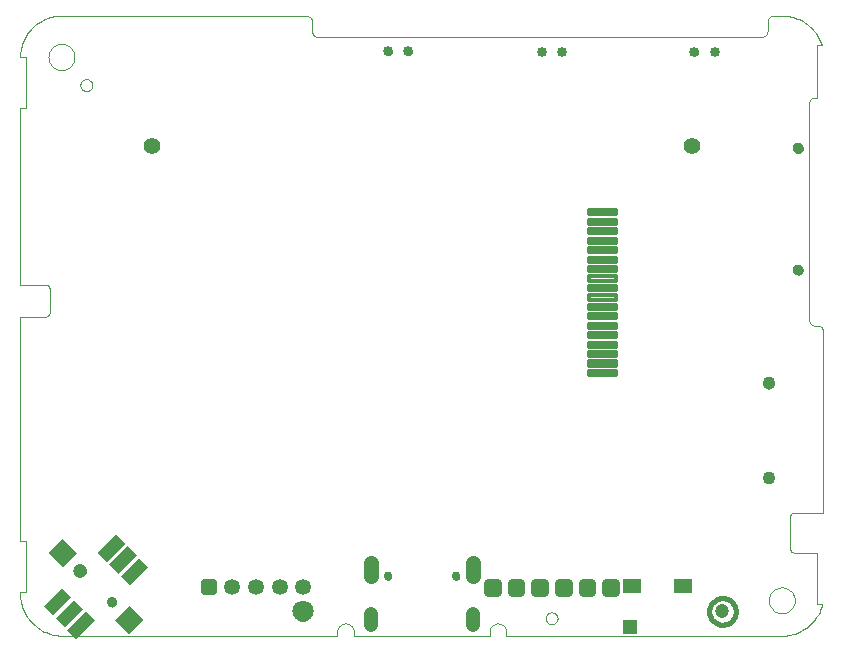
<source format=gbs>
G75*
G70*
%OFA0B0*%
%FSLAX24Y24*%
%IPPOS*%
%LPD*%
%AMOC8*
5,1,8,0,0,1.08239X$1,22.5*
%
%ADD10C,0.0000*%
%ADD11C,0.0000*%
%ADD12C,0.0710*%
%ADD13C,0.0290*%
%ADD14C,0.0138*%
%ADD15C,0.0297*%
%ADD16C,0.0474*%
%ADD17C,0.0513*%
%ADD18C,0.0474*%
%ADD19C,0.0177*%
%ADD20R,0.0513X0.0474*%
%ADD21R,0.0631X0.0474*%
%ADD22R,0.0867X0.0434*%
%ADD23C,0.0356*%
%ADD24R,0.0671X0.0671*%
%ADD25C,0.0375*%
%ADD26C,0.0552*%
%ADD27C,0.0265*%
%ADD28C,0.0530*%
%ADD29C,0.0434*%
%ADD30C,0.0336*%
D10*
X002032Y001497D02*
X002032Y001497D01*
X002032Y001497D01*
X002032Y001497D01*
X002032Y001497D01*
X002032Y001497D01*
X002032Y001497D01*
X002032Y001497D01*
X002032Y001497D01*
X002032Y001497D01*
X002032Y001497D01*
X011226Y001497D01*
X011226Y001497D01*
X011226Y001497D01*
X011226Y001497D01*
X011226Y001497D01*
X011226Y001497D01*
X011226Y001497D01*
X011226Y001497D01*
X011226Y001497D01*
X011226Y001497D01*
X011226Y001497D01*
X011226Y001635D01*
X011226Y001635D01*
X011226Y001635D01*
X011226Y001635D01*
X011226Y001635D01*
X011226Y001635D01*
X011226Y001635D01*
X011226Y001635D01*
X011226Y001635D01*
X011226Y001635D01*
X011226Y001635D01*
X011228Y001667D01*
X011233Y001698D01*
X011243Y001729D01*
X011255Y001758D01*
X011271Y001786D01*
X011290Y001812D01*
X011312Y001835D01*
X011337Y001856D01*
X011364Y001873D01*
X011392Y001888D01*
X011422Y001898D01*
X011453Y001906D01*
X011485Y001910D01*
X011517Y001910D01*
X011549Y001906D01*
X011580Y001898D01*
X011610Y001888D01*
X011639Y001873D01*
X011665Y001856D01*
X011690Y001835D01*
X011712Y001812D01*
X011731Y001786D01*
X011747Y001758D01*
X011759Y001729D01*
X011769Y001698D01*
X011774Y001667D01*
X011776Y001635D01*
X011776Y001635D01*
X011776Y001635D01*
X011776Y001635D01*
X011776Y001635D01*
X011776Y001635D01*
X011776Y001635D01*
X011776Y001635D01*
X011776Y001635D01*
X011776Y001635D01*
X011776Y001635D01*
X011776Y001497D01*
X011776Y001497D01*
X011776Y001497D01*
X011776Y001497D01*
X011776Y001497D01*
X011776Y001497D01*
X011776Y001497D01*
X011776Y001497D01*
X011776Y001497D01*
X011776Y001497D01*
X011776Y001497D01*
X016304Y001497D01*
X016304Y001497D01*
X016304Y001497D01*
X016304Y001497D01*
X016304Y001497D01*
X016304Y001497D01*
X016304Y001497D01*
X016304Y001497D01*
X016304Y001497D01*
X016304Y001497D01*
X016304Y001497D01*
X016304Y001635D01*
X016304Y001635D01*
X016304Y001635D01*
X016304Y001635D01*
X016304Y001635D01*
X016304Y001635D01*
X016304Y001635D01*
X016304Y001635D01*
X016304Y001635D01*
X016304Y001635D01*
X016304Y001635D01*
X016306Y001667D01*
X016311Y001699D01*
X016321Y001729D01*
X016333Y001759D01*
X016349Y001787D01*
X016369Y001812D01*
X016391Y001836D01*
X016415Y001856D01*
X016442Y001874D01*
X016471Y001888D01*
X016501Y001899D01*
X016532Y001907D01*
X016564Y001911D01*
X016596Y001911D01*
X016628Y001907D01*
X016659Y001899D01*
X016689Y001888D01*
X016718Y001874D01*
X016745Y001856D01*
X016769Y001836D01*
X016791Y001812D01*
X016811Y001787D01*
X016827Y001759D01*
X016839Y001729D01*
X016849Y001699D01*
X016854Y001667D01*
X016856Y001635D01*
X016856Y001497D01*
X016856Y001497D01*
X016856Y001497D01*
X016856Y001497D01*
X016856Y001497D01*
X016856Y001497D01*
X026048Y001497D01*
X026048Y001497D01*
X026048Y001497D01*
X026048Y001497D01*
X026048Y001497D01*
X026048Y001497D01*
X026048Y001497D01*
X026048Y001497D01*
X026048Y001497D01*
X026048Y001497D01*
X026048Y001497D01*
X025615Y002678D02*
X025617Y002719D01*
X025623Y002760D01*
X025633Y002800D01*
X025646Y002839D01*
X025663Y002876D01*
X025684Y002912D01*
X025708Y002946D01*
X025735Y002977D01*
X025764Y003005D01*
X025797Y003031D01*
X025831Y003053D01*
X025868Y003072D01*
X025906Y003087D01*
X025946Y003099D01*
X025986Y003107D01*
X026027Y003111D01*
X026069Y003111D01*
X026110Y003107D01*
X026150Y003099D01*
X026190Y003087D01*
X026228Y003072D01*
X026264Y003053D01*
X026299Y003031D01*
X026332Y003005D01*
X026361Y002977D01*
X026388Y002946D01*
X026412Y002912D01*
X026433Y002876D01*
X026450Y002839D01*
X026463Y002800D01*
X026473Y002760D01*
X026479Y002719D01*
X026481Y002678D01*
X026479Y002637D01*
X026473Y002596D01*
X026463Y002556D01*
X026450Y002517D01*
X026433Y002480D01*
X026412Y002444D01*
X026388Y002410D01*
X026361Y002379D01*
X026332Y002351D01*
X026299Y002325D01*
X026265Y002303D01*
X026228Y002284D01*
X026190Y002269D01*
X026150Y002257D01*
X026110Y002249D01*
X026069Y002245D01*
X026027Y002245D01*
X025986Y002249D01*
X025946Y002257D01*
X025906Y002269D01*
X025868Y002284D01*
X025832Y002303D01*
X025797Y002325D01*
X025764Y002351D01*
X025735Y002379D01*
X025708Y002410D01*
X025684Y002444D01*
X025663Y002480D01*
X025646Y002517D01*
X025633Y002556D01*
X025623Y002596D01*
X025617Y002637D01*
X025615Y002678D01*
X026048Y001497D02*
X026119Y001499D01*
X026191Y001504D01*
X026262Y001514D01*
X026332Y001527D01*
X026402Y001543D01*
X026470Y001563D01*
X026538Y001587D01*
X026604Y001614D01*
X026668Y001645D01*
X026731Y001678D01*
X026792Y001715D01*
X026852Y001756D01*
X026909Y001799D01*
X026963Y001845D01*
X027015Y001894D01*
X027065Y001945D01*
X027112Y001999D01*
X027156Y002056D01*
X027197Y002114D01*
X027235Y002175D01*
X027269Y002237D01*
X027301Y002301D01*
X027329Y002367D01*
X027354Y002434D01*
X027375Y002503D01*
X027392Y002572D01*
X027229Y002572D01*
X027229Y004268D01*
X026460Y004268D01*
X026460Y004268D01*
X026460Y004268D01*
X026460Y004268D01*
X026460Y004268D01*
X026460Y004268D01*
X026460Y004268D01*
X026460Y004268D01*
X026460Y004268D01*
X026460Y004268D01*
X026460Y004268D01*
X026438Y004270D01*
X026417Y004275D01*
X026397Y004283D01*
X026379Y004294D01*
X026362Y004308D01*
X026348Y004325D01*
X026337Y004343D01*
X026329Y004363D01*
X026324Y004384D01*
X026322Y004406D01*
X026322Y005469D01*
X026322Y005469D01*
X026322Y005469D01*
X026322Y005469D01*
X026322Y005469D01*
X026322Y005469D01*
X026322Y005469D01*
X026322Y005469D01*
X026322Y005469D01*
X026322Y005469D01*
X026322Y005469D01*
X026324Y005491D01*
X026329Y005512D01*
X026337Y005532D01*
X026348Y005550D01*
X026362Y005567D01*
X026379Y005581D01*
X026397Y005592D01*
X026417Y005600D01*
X026438Y005605D01*
X026460Y005607D01*
X026460Y005607D01*
X026460Y005607D01*
X026460Y005607D01*
X026460Y005607D01*
X026460Y005607D01*
X026460Y005607D01*
X026460Y005607D01*
X026460Y005607D01*
X026460Y005607D01*
X026460Y005607D01*
X027426Y005607D01*
X027426Y005607D01*
X027426Y005607D01*
X027426Y005607D01*
X027426Y005607D01*
X027426Y005607D01*
X027426Y011640D01*
X027426Y011640D01*
X027426Y011640D01*
X027426Y011640D01*
X027426Y011640D01*
X027426Y011640D01*
X027426Y011640D01*
X027426Y011640D01*
X027426Y011640D01*
X027426Y011640D01*
X027426Y011640D01*
X027424Y011666D01*
X027419Y011691D01*
X027411Y011715D01*
X027400Y011739D01*
X027385Y011760D01*
X027368Y011779D01*
X027349Y011796D01*
X027328Y011811D01*
X027304Y011822D01*
X027280Y011830D01*
X027255Y011835D01*
X027229Y011837D01*
X027229Y011837D01*
X027229Y011837D01*
X027229Y011837D01*
X027229Y011837D01*
X027229Y011837D01*
X027229Y011837D01*
X027229Y011837D01*
X027229Y011837D01*
X027229Y011837D01*
X027229Y011837D01*
X027150Y011837D01*
X027150Y011837D01*
X027150Y011837D01*
X027150Y011837D01*
X027150Y011837D01*
X027150Y011837D01*
X027150Y011837D01*
X027150Y011837D01*
X027150Y011837D01*
X027150Y011837D01*
X027150Y011837D01*
X027124Y011839D01*
X027099Y011844D01*
X027075Y011852D01*
X027051Y011863D01*
X027030Y011878D01*
X027011Y011895D01*
X026994Y011914D01*
X026979Y011935D01*
X026968Y011959D01*
X026960Y011983D01*
X026955Y012008D01*
X026953Y012034D01*
X026953Y012034D01*
X026953Y012034D01*
X026953Y012034D01*
X026953Y012034D01*
X026953Y012034D01*
X026953Y012034D01*
X026953Y012034D01*
X026953Y012034D01*
X026953Y012034D01*
X026953Y012034D01*
X026953Y019239D01*
X026953Y019239D01*
X026953Y019239D01*
X026953Y019239D01*
X026953Y019239D01*
X026953Y019239D01*
X026953Y019239D01*
X026953Y019239D01*
X026953Y019239D01*
X026953Y019239D01*
X026953Y019239D01*
X026955Y019265D01*
X026960Y019290D01*
X026968Y019314D01*
X026979Y019338D01*
X026994Y019359D01*
X027011Y019378D01*
X027030Y019395D01*
X027051Y019410D01*
X027075Y019421D01*
X027099Y019429D01*
X027124Y019434D01*
X027150Y019436D01*
X027229Y019436D01*
X027229Y021182D01*
X027368Y021182D01*
X027369Y021183D02*
X027346Y021253D01*
X027319Y021321D01*
X027289Y021388D01*
X027255Y021454D01*
X027218Y021517D01*
X027177Y021578D01*
X027134Y021638D01*
X027087Y021694D01*
X027037Y021748D01*
X026985Y021800D01*
X026929Y021848D01*
X026872Y021894D01*
X026811Y021936D01*
X026749Y021975D01*
X026685Y022011D01*
X026619Y022043D01*
X026551Y022072D01*
X026482Y022097D01*
X026411Y022118D01*
X026340Y022136D01*
X026268Y022149D01*
X026195Y022159D01*
X026122Y022165D01*
X026048Y022167D01*
X025764Y022167D01*
X025764Y022167D01*
X025764Y022167D01*
X025764Y022167D01*
X025764Y022167D01*
X025764Y022167D01*
X025764Y022167D01*
X025764Y022167D01*
X025764Y022167D01*
X025764Y022167D01*
X025764Y022167D01*
X025738Y022165D01*
X025712Y022160D01*
X025688Y022152D01*
X025664Y022140D01*
X025643Y022125D01*
X025623Y022108D01*
X025606Y022088D01*
X025592Y022066D01*
X025581Y022042D01*
X025573Y022017D01*
X025568Y021991D01*
X025567Y021965D01*
X025567Y021965D01*
X025567Y021965D01*
X025567Y021965D01*
X025567Y021965D01*
X025567Y021965D01*
X025567Y021965D01*
X025567Y021965D01*
X025567Y021965D01*
X025567Y021965D01*
X025567Y021965D01*
X025567Y021663D01*
X025567Y021663D01*
X025567Y021663D01*
X025567Y021663D01*
X025567Y021663D01*
X025567Y021663D01*
X025567Y021663D01*
X025567Y021663D01*
X025567Y021663D01*
X025567Y021663D01*
X025567Y021663D01*
X025566Y021637D01*
X025561Y021611D01*
X025553Y021586D01*
X025542Y021562D01*
X025528Y021540D01*
X025511Y021520D01*
X025491Y021502D01*
X025470Y021487D01*
X025447Y021475D01*
X025422Y021466D01*
X025396Y021460D01*
X025370Y021458D01*
X010583Y021458D01*
X010583Y021458D01*
X010583Y021458D01*
X010583Y021458D01*
X010583Y021458D01*
X010583Y021458D01*
X010583Y021458D01*
X010583Y021458D01*
X010583Y021458D01*
X010583Y021458D01*
X010583Y021458D01*
X010557Y021460D01*
X010532Y021465D01*
X010508Y021473D01*
X010484Y021484D01*
X010463Y021499D01*
X010444Y021516D01*
X010427Y021535D01*
X010412Y021556D01*
X010401Y021580D01*
X010393Y021604D01*
X010388Y021629D01*
X010386Y021655D01*
X010387Y021655D02*
X010387Y021970D01*
X010387Y021970D01*
X010387Y021970D01*
X010387Y021970D01*
X010387Y021970D01*
X010387Y021970D01*
X010387Y021970D01*
X010387Y021970D01*
X010387Y021970D01*
X010387Y021970D01*
X010387Y021970D01*
X010385Y021996D01*
X010380Y022021D01*
X010372Y022045D01*
X010361Y022069D01*
X010346Y022090D01*
X010329Y022109D01*
X010310Y022126D01*
X010289Y022141D01*
X010265Y022152D01*
X010241Y022160D01*
X010216Y022165D01*
X010190Y022167D01*
X001926Y022167D01*
X001924Y022167D01*
X002032Y022167D02*
X002032Y022167D01*
X002032Y022167D01*
X002032Y022167D01*
X002032Y022167D01*
X002032Y022167D01*
X002032Y022167D01*
X002032Y022167D01*
X002032Y022167D01*
X002032Y022167D01*
X002032Y022167D01*
X001599Y020789D02*
X001601Y020830D01*
X001607Y020871D01*
X001617Y020911D01*
X001630Y020950D01*
X001647Y020987D01*
X001668Y021023D01*
X001692Y021057D01*
X001719Y021088D01*
X001748Y021116D01*
X001781Y021142D01*
X001815Y021164D01*
X001852Y021183D01*
X001890Y021198D01*
X001930Y021210D01*
X001970Y021218D01*
X002011Y021222D01*
X002053Y021222D01*
X002094Y021218D01*
X002134Y021210D01*
X002174Y021198D01*
X002212Y021183D01*
X002248Y021164D01*
X002283Y021142D01*
X002316Y021116D01*
X002345Y021088D01*
X002372Y021057D01*
X002396Y021023D01*
X002417Y020987D01*
X002434Y020950D01*
X002447Y020911D01*
X002457Y020871D01*
X002463Y020830D01*
X002465Y020789D01*
X002463Y020748D01*
X002457Y020707D01*
X002447Y020667D01*
X002434Y020628D01*
X002417Y020591D01*
X002396Y020555D01*
X002372Y020521D01*
X002345Y020490D01*
X002316Y020462D01*
X002283Y020436D01*
X002249Y020414D01*
X002212Y020395D01*
X002174Y020380D01*
X002134Y020368D01*
X002094Y020360D01*
X002053Y020356D01*
X002011Y020356D01*
X001970Y020360D01*
X001930Y020368D01*
X001890Y020380D01*
X001852Y020395D01*
X001816Y020414D01*
X001781Y020436D01*
X001748Y020462D01*
X001719Y020490D01*
X001692Y020521D01*
X001668Y020555D01*
X001647Y020591D01*
X001630Y020628D01*
X001617Y020667D01*
X001607Y020707D01*
X001601Y020748D01*
X001599Y020789D01*
X000654Y020789D02*
X000656Y020863D01*
X000662Y020936D01*
X000672Y021009D01*
X000686Y021081D01*
X000703Y021153D01*
X000725Y021223D01*
X000750Y021292D01*
X000778Y021360D01*
X000811Y021426D01*
X000846Y021490D01*
X000885Y021553D01*
X000928Y021613D01*
X000973Y021671D01*
X001022Y021726D01*
X001073Y021779D01*
X001127Y021829D01*
X001183Y021876D01*
X001242Y021920D01*
X001304Y021960D01*
X001367Y021998D01*
X001432Y022032D01*
X001499Y022062D01*
X001568Y022089D01*
X001638Y022112D01*
X001708Y022132D01*
X001780Y022147D01*
X001853Y022159D01*
X001926Y022167D01*
X000851Y020789D02*
X000654Y020789D01*
X000654Y020789D01*
X000851Y020789D02*
X000851Y020789D01*
X000851Y020789D01*
X000851Y020789D01*
X000851Y020789D01*
X000851Y020789D01*
X000851Y019107D01*
X000851Y019107D01*
X000851Y019107D01*
X000851Y019107D01*
X000851Y019107D01*
X000851Y019107D01*
X000654Y019107D01*
X000654Y013202D01*
X000654Y013202D01*
X000654Y013202D01*
X000654Y013202D01*
X000654Y013202D01*
X000654Y013202D01*
X001500Y013202D01*
X001500Y013202D01*
X001500Y013202D01*
X001500Y013202D01*
X001500Y013202D01*
X001500Y013202D01*
X001500Y013202D01*
X001500Y013202D01*
X001500Y013202D01*
X001500Y013202D01*
X001500Y013202D01*
X001522Y013200D01*
X001543Y013195D01*
X001563Y013187D01*
X001581Y013176D01*
X001598Y013162D01*
X001612Y013145D01*
X001623Y013127D01*
X001631Y013107D01*
X001636Y013086D01*
X001638Y013064D01*
X001638Y012277D01*
X001638Y012277D01*
X001638Y012277D01*
X001638Y012277D01*
X001638Y012277D01*
X001638Y012277D01*
X001638Y012277D01*
X001638Y012277D01*
X001638Y012277D01*
X001638Y012277D01*
X001638Y012277D01*
X001636Y012255D01*
X001631Y012234D01*
X001623Y012214D01*
X001612Y012196D01*
X001598Y012179D01*
X001581Y012165D01*
X001563Y012154D01*
X001543Y012146D01*
X001522Y012141D01*
X001500Y012139D01*
X000654Y012139D01*
X000654Y012139D01*
X000654Y012139D01*
X000654Y012139D01*
X000654Y012139D01*
X000654Y012139D01*
X000654Y004647D01*
X000851Y004647D01*
X000851Y002966D01*
X000654Y002966D01*
X000654Y002965D02*
X000653Y002891D01*
X000657Y002816D01*
X000665Y002742D01*
X000676Y002669D01*
X000691Y002596D01*
X000710Y002524D01*
X000733Y002453D01*
X000760Y002383D01*
X000790Y002315D01*
X000823Y002249D01*
X000860Y002184D01*
X000900Y002121D01*
X000944Y002061D01*
X000991Y002003D01*
X001040Y001947D01*
X001092Y001894D01*
X001148Y001844D01*
X001205Y001797D01*
X001265Y001752D01*
X001327Y001712D01*
X001392Y001674D01*
X001458Y001640D01*
X001526Y001609D01*
X001595Y001582D01*
X001666Y001558D01*
X001737Y001538D01*
X001810Y001522D01*
X001884Y001510D01*
X001958Y001501D01*
X002032Y001497D01*
X016856Y001497D02*
X016856Y001497D01*
X016856Y001497D01*
X016856Y001497D01*
X016856Y001497D01*
X016856Y001497D01*
X016856Y001635D02*
X016856Y001635D01*
X016856Y001635D01*
X016856Y001635D01*
X016856Y001635D01*
X016856Y001635D01*
X016856Y001635D01*
X016856Y001635D01*
X016856Y001635D01*
X016856Y001635D01*
X016856Y001635D01*
X018175Y002083D02*
X018177Y002110D01*
X018183Y002137D01*
X018192Y002163D01*
X018205Y002187D01*
X018221Y002210D01*
X018240Y002229D01*
X018262Y002246D01*
X018286Y002260D01*
X018311Y002270D01*
X018338Y002277D01*
X018365Y002280D01*
X018393Y002279D01*
X018420Y002274D01*
X018446Y002266D01*
X018470Y002254D01*
X018493Y002238D01*
X018514Y002220D01*
X018531Y002199D01*
X018546Y002175D01*
X018557Y002150D01*
X018565Y002124D01*
X018569Y002097D01*
X018569Y002069D01*
X018565Y002042D01*
X018557Y002016D01*
X018546Y001991D01*
X018531Y001967D01*
X018514Y001946D01*
X018493Y001928D01*
X018471Y001912D01*
X018446Y001900D01*
X018420Y001892D01*
X018393Y001887D01*
X018365Y001886D01*
X018338Y001889D01*
X018311Y001896D01*
X018286Y001906D01*
X018262Y001920D01*
X018240Y001937D01*
X018221Y001956D01*
X018205Y001979D01*
X018192Y002003D01*
X018183Y002029D01*
X018177Y002056D01*
X018175Y002083D01*
X026322Y004406D02*
X026322Y004406D01*
X026322Y004406D01*
X026322Y004406D01*
X026322Y004406D01*
X026322Y004406D01*
X026322Y004406D01*
X026322Y004406D01*
X026322Y004406D01*
X026322Y004406D01*
X026322Y004406D01*
X027426Y005607D02*
X027426Y005607D01*
X027426Y005607D01*
X027426Y005607D01*
X027426Y005607D01*
X027426Y005607D01*
X001500Y012139D02*
X001500Y012139D01*
X001500Y012139D01*
X001500Y012139D01*
X001500Y012139D01*
X001500Y012139D01*
X001500Y012139D01*
X001500Y012139D01*
X001500Y012139D01*
X001500Y012139D01*
X001500Y012139D01*
X000654Y012139D02*
X000654Y012139D01*
X000654Y012139D01*
X000654Y012139D01*
X000654Y012139D01*
X000654Y012139D01*
X000654Y013202D02*
X000654Y013202D01*
X000654Y013202D01*
X000654Y013202D01*
X000654Y013202D01*
X000654Y013202D01*
X001638Y013064D02*
X001638Y013064D01*
X001638Y013064D01*
X001638Y013064D01*
X001638Y013064D01*
X001638Y013064D01*
X001638Y013064D01*
X001638Y013064D01*
X001638Y013064D01*
X001638Y013064D01*
X001638Y013064D01*
X000851Y019107D02*
X000851Y019107D01*
X000851Y019107D01*
X000851Y019107D01*
X000851Y019107D01*
X000851Y019107D01*
X002663Y019853D02*
X002665Y019880D01*
X002671Y019907D01*
X002680Y019933D01*
X002693Y019957D01*
X002709Y019980D01*
X002728Y019999D01*
X002750Y020016D01*
X002774Y020030D01*
X002799Y020040D01*
X002826Y020047D01*
X002853Y020050D01*
X002881Y020049D01*
X002908Y020044D01*
X002934Y020036D01*
X002958Y020024D01*
X002981Y020008D01*
X003002Y019990D01*
X003019Y019969D01*
X003034Y019945D01*
X003045Y019920D01*
X003053Y019894D01*
X003057Y019867D01*
X003057Y019839D01*
X003053Y019812D01*
X003045Y019786D01*
X003034Y019761D01*
X003019Y019737D01*
X003002Y019716D01*
X002981Y019698D01*
X002959Y019682D01*
X002934Y019670D01*
X002908Y019662D01*
X002881Y019657D01*
X002853Y019656D01*
X002826Y019659D01*
X002799Y019666D01*
X002774Y019676D01*
X002750Y019690D01*
X002728Y019707D01*
X002709Y019726D01*
X002693Y019749D01*
X002680Y019773D01*
X002671Y019799D01*
X002665Y019826D01*
X002663Y019853D01*
X000851Y020789D02*
X000851Y020789D01*
X000851Y020789D01*
X000851Y020789D01*
X000851Y020789D01*
X000851Y020789D01*
X010190Y022167D02*
X010190Y022167D01*
X010190Y022167D01*
X010190Y022167D01*
X010190Y022167D01*
X010190Y022167D01*
X010190Y022167D01*
X010190Y022167D01*
X010190Y022167D01*
X010190Y022167D01*
X010190Y022167D01*
X010387Y021655D02*
X010387Y021655D01*
X010387Y021655D01*
X010387Y021655D01*
X010387Y021655D01*
X010387Y021655D01*
X010387Y021655D01*
X010387Y021655D01*
X010387Y021655D01*
X010387Y021655D01*
X010387Y021655D01*
X025370Y021458D02*
X025370Y021458D01*
X025370Y021458D01*
X025370Y021458D01*
X025370Y021458D01*
X025370Y021458D01*
X025370Y021458D01*
X025370Y021458D01*
X025370Y021458D01*
X025370Y021458D01*
X025370Y021458D01*
X026048Y022167D02*
X026048Y022167D01*
X026048Y022167D01*
X026048Y022167D01*
X026048Y022167D01*
X026048Y022167D01*
X026048Y022167D01*
X026048Y022167D01*
X026048Y022167D01*
X026048Y022167D01*
X026048Y022167D01*
X027150Y019436D02*
X027150Y019436D01*
X027150Y019436D01*
X027150Y019436D01*
X027150Y019436D01*
X027150Y019436D01*
X027150Y019436D01*
X027150Y019436D01*
X027150Y019436D01*
X027150Y019436D01*
X027150Y019436D01*
D11*
X023674Y020965D02*
X023676Y020987D01*
X023682Y021009D01*
X023691Y021029D01*
X023704Y021047D01*
X023720Y021063D01*
X023738Y021076D01*
X023758Y021085D01*
X023780Y021091D01*
X023802Y021093D01*
X023824Y021091D01*
X023846Y021085D01*
X023866Y021076D01*
X023884Y021063D01*
X023900Y021047D01*
X023913Y021029D01*
X023922Y021009D01*
X023928Y020987D01*
X023930Y020965D01*
X023928Y020943D01*
X023922Y020921D01*
X023913Y020901D01*
X023900Y020883D01*
X023884Y020867D01*
X023866Y020854D01*
X023846Y020845D01*
X023824Y020839D01*
X023802Y020837D01*
X023780Y020839D01*
X023758Y020845D01*
X023738Y020854D01*
X023720Y020867D01*
X023704Y020883D01*
X023691Y020901D01*
X023682Y020921D01*
X023676Y020943D01*
X023674Y020965D01*
X023005Y020965D02*
X023007Y020987D01*
X023013Y021009D01*
X023022Y021029D01*
X023035Y021047D01*
X023051Y021063D01*
X023069Y021076D01*
X023089Y021085D01*
X023111Y021091D01*
X023133Y021093D01*
X023155Y021091D01*
X023177Y021085D01*
X023197Y021076D01*
X023215Y021063D01*
X023231Y021047D01*
X023244Y021029D01*
X023253Y021009D01*
X023259Y020987D01*
X023261Y020965D01*
X023259Y020943D01*
X023253Y020921D01*
X023244Y020901D01*
X023231Y020883D01*
X023215Y020867D01*
X023197Y020854D01*
X023177Y020845D01*
X023155Y020839D01*
X023133Y020837D01*
X023111Y020839D01*
X023089Y020845D01*
X023069Y020854D01*
X023051Y020867D01*
X023035Y020883D01*
X023022Y020901D01*
X023013Y020921D01*
X023007Y020943D01*
X023005Y020965D01*
X018576Y020974D02*
X018578Y020996D01*
X018584Y021018D01*
X018593Y021038D01*
X018606Y021056D01*
X018622Y021072D01*
X018640Y021085D01*
X018660Y021094D01*
X018682Y021100D01*
X018704Y021102D01*
X018726Y021100D01*
X018748Y021094D01*
X018768Y021085D01*
X018786Y021072D01*
X018802Y021056D01*
X018815Y021038D01*
X018824Y021018D01*
X018830Y020996D01*
X018832Y020974D01*
X018830Y020952D01*
X018824Y020930D01*
X018815Y020910D01*
X018802Y020892D01*
X018786Y020876D01*
X018768Y020863D01*
X018748Y020854D01*
X018726Y020848D01*
X018704Y020846D01*
X018682Y020848D01*
X018660Y020854D01*
X018640Y020863D01*
X018622Y020876D01*
X018606Y020892D01*
X018593Y020910D01*
X018584Y020930D01*
X018578Y020952D01*
X018576Y020974D01*
X017907Y020974D02*
X017909Y020996D01*
X017915Y021018D01*
X017924Y021038D01*
X017937Y021056D01*
X017953Y021072D01*
X017971Y021085D01*
X017991Y021094D01*
X018013Y021100D01*
X018035Y021102D01*
X018057Y021100D01*
X018079Y021094D01*
X018099Y021085D01*
X018117Y021072D01*
X018133Y021056D01*
X018146Y021038D01*
X018155Y021018D01*
X018161Y020996D01*
X018163Y020974D01*
X018161Y020952D01*
X018155Y020930D01*
X018146Y020910D01*
X018133Y020892D01*
X018117Y020876D01*
X018099Y020863D01*
X018079Y020854D01*
X018057Y020848D01*
X018035Y020846D01*
X018013Y020848D01*
X017991Y020854D01*
X017971Y020863D01*
X017953Y020876D01*
X017937Y020892D01*
X017924Y020910D01*
X017915Y020930D01*
X017909Y020952D01*
X017907Y020974D01*
X013458Y020976D02*
X013460Y020998D01*
X013466Y021020D01*
X013475Y021040D01*
X013488Y021058D01*
X013504Y021074D01*
X013522Y021087D01*
X013542Y021096D01*
X013564Y021102D01*
X013586Y021104D01*
X013608Y021102D01*
X013630Y021096D01*
X013650Y021087D01*
X013668Y021074D01*
X013684Y021058D01*
X013697Y021040D01*
X013706Y021020D01*
X013712Y020998D01*
X013714Y020976D01*
X013712Y020954D01*
X013706Y020932D01*
X013697Y020912D01*
X013684Y020894D01*
X013668Y020878D01*
X013650Y020865D01*
X013630Y020856D01*
X013608Y020850D01*
X013586Y020848D01*
X013564Y020850D01*
X013542Y020856D01*
X013522Y020865D01*
X013504Y020878D01*
X013488Y020894D01*
X013475Y020912D01*
X013466Y020932D01*
X013460Y020954D01*
X013458Y020976D01*
X012788Y020976D02*
X012790Y020998D01*
X012796Y021020D01*
X012805Y021040D01*
X012818Y021058D01*
X012834Y021074D01*
X012852Y021087D01*
X012872Y021096D01*
X012894Y021102D01*
X012916Y021104D01*
X012938Y021102D01*
X012960Y021096D01*
X012980Y021087D01*
X012998Y021074D01*
X013014Y021058D01*
X013027Y021040D01*
X013036Y021020D01*
X013042Y020998D01*
X013044Y020976D01*
X013042Y020954D01*
X013036Y020932D01*
X013027Y020912D01*
X013014Y020894D01*
X012998Y020878D01*
X012980Y020865D01*
X012960Y020856D01*
X012938Y020850D01*
X012916Y020848D01*
X012894Y020850D01*
X012872Y020856D01*
X012852Y020865D01*
X012834Y020878D01*
X012818Y020894D01*
X012805Y020912D01*
X012796Y020932D01*
X012790Y020954D01*
X012788Y020976D01*
X004806Y017834D02*
X004808Y017864D01*
X004814Y017894D01*
X004823Y017923D01*
X004836Y017950D01*
X004853Y017975D01*
X004872Y017998D01*
X004895Y018019D01*
X004920Y018036D01*
X004946Y018050D01*
X004975Y018060D01*
X005004Y018067D01*
X005034Y018070D01*
X005065Y018069D01*
X005095Y018064D01*
X005124Y018055D01*
X005151Y018043D01*
X005177Y018028D01*
X005201Y018009D01*
X005222Y017987D01*
X005240Y017963D01*
X005255Y017936D01*
X005266Y017908D01*
X005274Y017879D01*
X005278Y017849D01*
X005278Y017819D01*
X005274Y017789D01*
X005266Y017760D01*
X005255Y017732D01*
X005240Y017705D01*
X005222Y017681D01*
X005201Y017659D01*
X005177Y017640D01*
X005151Y017625D01*
X005124Y017613D01*
X005095Y017604D01*
X005065Y017599D01*
X005034Y017598D01*
X005004Y017601D01*
X004975Y017608D01*
X004946Y017618D01*
X004920Y017632D01*
X004895Y017649D01*
X004872Y017670D01*
X004853Y017693D01*
X004836Y017718D01*
X004823Y017745D01*
X004814Y017774D01*
X004808Y017804D01*
X004806Y017834D01*
X022806Y017834D02*
X022808Y017864D01*
X022814Y017894D01*
X022823Y017923D01*
X022836Y017950D01*
X022853Y017975D01*
X022872Y017998D01*
X022895Y018019D01*
X022920Y018036D01*
X022946Y018050D01*
X022975Y018060D01*
X023004Y018067D01*
X023034Y018070D01*
X023065Y018069D01*
X023095Y018064D01*
X023124Y018055D01*
X023151Y018043D01*
X023177Y018028D01*
X023201Y018009D01*
X023222Y017987D01*
X023240Y017963D01*
X023255Y017936D01*
X023266Y017908D01*
X023274Y017879D01*
X023278Y017849D01*
X023278Y017819D01*
X023274Y017789D01*
X023266Y017760D01*
X023255Y017732D01*
X023240Y017705D01*
X023222Y017681D01*
X023201Y017659D01*
X023177Y017640D01*
X023151Y017625D01*
X023124Y017613D01*
X023095Y017604D01*
X023065Y017599D01*
X023034Y017598D01*
X023004Y017601D01*
X022975Y017608D01*
X022946Y017618D01*
X022920Y017632D01*
X022895Y017649D01*
X022872Y017670D01*
X022853Y017693D01*
X022836Y017718D01*
X022823Y017745D01*
X022814Y017774D01*
X022808Y017804D01*
X022806Y017834D01*
X026448Y017742D02*
X026450Y017766D01*
X026456Y017789D01*
X026465Y017811D01*
X026478Y017831D01*
X026493Y017849D01*
X026512Y017864D01*
X026533Y017876D01*
X026555Y017884D01*
X026578Y017889D01*
X026602Y017890D01*
X026626Y017887D01*
X026648Y017880D01*
X026670Y017870D01*
X026690Y017857D01*
X026707Y017840D01*
X026721Y017821D01*
X026732Y017800D01*
X026740Y017777D01*
X026744Y017754D01*
X026744Y017730D01*
X026740Y017707D01*
X026732Y017684D01*
X026721Y017663D01*
X026707Y017644D01*
X026690Y017627D01*
X026670Y017614D01*
X026648Y017604D01*
X026626Y017597D01*
X026602Y017594D01*
X026578Y017595D01*
X026555Y017600D01*
X026533Y017608D01*
X026512Y017620D01*
X026493Y017635D01*
X026478Y017653D01*
X026465Y017673D01*
X026456Y017695D01*
X026450Y017718D01*
X026448Y017742D01*
X026448Y013687D02*
X026450Y013711D01*
X026456Y013734D01*
X026465Y013756D01*
X026478Y013776D01*
X026493Y013794D01*
X026512Y013809D01*
X026533Y013821D01*
X026555Y013829D01*
X026578Y013834D01*
X026602Y013835D01*
X026626Y013832D01*
X026648Y013825D01*
X026670Y013815D01*
X026690Y013802D01*
X026707Y013785D01*
X026721Y013766D01*
X026732Y013745D01*
X026740Y013722D01*
X026744Y013699D01*
X026744Y013675D01*
X026740Y013652D01*
X026732Y013629D01*
X026721Y013608D01*
X026707Y013589D01*
X026690Y013572D01*
X026670Y013559D01*
X026648Y013549D01*
X026626Y013542D01*
X026602Y013539D01*
X026578Y013540D01*
X026555Y013545D01*
X026533Y013553D01*
X026512Y013565D01*
X026493Y013580D01*
X026478Y013598D01*
X026465Y013618D01*
X026456Y013640D01*
X026450Y013663D01*
X026448Y013687D01*
X025424Y009916D02*
X025426Y009942D01*
X025432Y009968D01*
X025442Y009993D01*
X025455Y010016D01*
X025471Y010036D01*
X025491Y010054D01*
X025513Y010069D01*
X025536Y010081D01*
X025562Y010089D01*
X025588Y010093D01*
X025614Y010093D01*
X025640Y010089D01*
X025666Y010081D01*
X025690Y010069D01*
X025711Y010054D01*
X025731Y010036D01*
X025747Y010016D01*
X025760Y009993D01*
X025770Y009968D01*
X025776Y009942D01*
X025778Y009916D01*
X025776Y009890D01*
X025770Y009864D01*
X025760Y009839D01*
X025747Y009816D01*
X025731Y009796D01*
X025711Y009778D01*
X025689Y009763D01*
X025666Y009751D01*
X025640Y009743D01*
X025614Y009739D01*
X025588Y009739D01*
X025562Y009743D01*
X025536Y009751D01*
X025512Y009763D01*
X025491Y009778D01*
X025471Y009796D01*
X025455Y009816D01*
X025442Y009839D01*
X025432Y009864D01*
X025426Y009890D01*
X025424Y009916D01*
X025424Y006766D02*
X025426Y006792D01*
X025432Y006818D01*
X025442Y006843D01*
X025455Y006866D01*
X025471Y006886D01*
X025491Y006904D01*
X025513Y006919D01*
X025536Y006931D01*
X025562Y006939D01*
X025588Y006943D01*
X025614Y006943D01*
X025640Y006939D01*
X025666Y006931D01*
X025690Y006919D01*
X025711Y006904D01*
X025731Y006886D01*
X025747Y006866D01*
X025760Y006843D01*
X025770Y006818D01*
X025776Y006792D01*
X025778Y006766D01*
X025776Y006740D01*
X025770Y006714D01*
X025760Y006689D01*
X025747Y006666D01*
X025731Y006646D01*
X025711Y006628D01*
X025689Y006613D01*
X025666Y006601D01*
X025640Y006593D01*
X025614Y006589D01*
X025588Y006589D01*
X025562Y006593D01*
X025536Y006601D01*
X025512Y006613D01*
X025491Y006628D01*
X025471Y006646D01*
X025455Y006666D01*
X025442Y006689D01*
X025432Y006714D01*
X025426Y006740D01*
X025424Y006766D01*
X015077Y003475D02*
X015079Y003495D01*
X015085Y003515D01*
X015094Y003533D01*
X015107Y003550D01*
X015122Y003563D01*
X015140Y003573D01*
X015160Y003580D01*
X015180Y003583D01*
X015200Y003582D01*
X015220Y003577D01*
X015239Y003569D01*
X015256Y003557D01*
X015270Y003542D01*
X015281Y003524D01*
X015289Y003505D01*
X015293Y003485D01*
X015293Y003465D01*
X015289Y003445D01*
X015281Y003426D01*
X015270Y003408D01*
X015256Y003393D01*
X015239Y003381D01*
X015220Y003373D01*
X015200Y003368D01*
X015180Y003367D01*
X015160Y003370D01*
X015140Y003377D01*
X015122Y003387D01*
X015107Y003400D01*
X015094Y003417D01*
X015085Y003435D01*
X015079Y003455D01*
X015077Y003475D01*
X012801Y003475D02*
X012803Y003495D01*
X012809Y003515D01*
X012818Y003533D01*
X012831Y003550D01*
X012846Y003563D01*
X012864Y003573D01*
X012884Y003580D01*
X012904Y003583D01*
X012924Y003582D01*
X012944Y003577D01*
X012963Y003569D01*
X012980Y003557D01*
X012994Y003542D01*
X013005Y003524D01*
X013013Y003505D01*
X013017Y003485D01*
X013017Y003465D01*
X013013Y003445D01*
X013005Y003426D01*
X012994Y003408D01*
X012980Y003393D01*
X012963Y003381D01*
X012944Y003373D01*
X012924Y003368D01*
X012904Y003367D01*
X012884Y003370D01*
X012864Y003377D01*
X012846Y003387D01*
X012831Y003400D01*
X012818Y003417D01*
X012809Y003435D01*
X012803Y003455D01*
X012801Y003475D01*
X009753Y002315D02*
X009755Y002350D01*
X009761Y002385D01*
X009771Y002419D01*
X009784Y002452D01*
X009801Y002483D01*
X009822Y002511D01*
X009845Y002538D01*
X009872Y002561D01*
X009900Y002582D01*
X009931Y002599D01*
X009964Y002612D01*
X009998Y002622D01*
X010033Y002628D01*
X010068Y002630D01*
X010103Y002628D01*
X010138Y002622D01*
X010172Y002612D01*
X010205Y002599D01*
X010236Y002582D01*
X010264Y002561D01*
X010291Y002538D01*
X010314Y002511D01*
X010335Y002483D01*
X010352Y002452D01*
X010365Y002419D01*
X010375Y002385D01*
X010381Y002350D01*
X010383Y002315D01*
X010381Y002280D01*
X010375Y002245D01*
X010365Y002211D01*
X010352Y002178D01*
X010335Y002147D01*
X010314Y002119D01*
X010291Y002092D01*
X010264Y002069D01*
X010236Y002048D01*
X010205Y002031D01*
X010172Y002018D01*
X010138Y002008D01*
X010103Y002002D01*
X010068Y002000D01*
X010033Y002002D01*
X009998Y002008D01*
X009964Y002018D01*
X009931Y002031D01*
X009900Y002048D01*
X009872Y002069D01*
X009845Y002092D01*
X009822Y002119D01*
X009801Y002147D01*
X009784Y002178D01*
X009771Y002211D01*
X009761Y002245D01*
X009755Y002280D01*
X009753Y002315D01*
X003577Y002611D02*
X003579Y002634D01*
X003585Y002657D01*
X003595Y002678D01*
X003608Y002698D01*
X003624Y002715D01*
X003643Y002729D01*
X003664Y002739D01*
X003686Y002746D01*
X003709Y002749D01*
X003733Y002748D01*
X003755Y002743D01*
X003777Y002734D01*
X003797Y002722D01*
X003815Y002706D01*
X003829Y002688D01*
X003841Y002668D01*
X003849Y002646D01*
X003853Y002623D01*
X003853Y002599D01*
X003849Y002576D01*
X003841Y002554D01*
X003829Y002534D01*
X003815Y002516D01*
X003797Y002500D01*
X003777Y002488D01*
X003755Y002479D01*
X003733Y002474D01*
X003709Y002473D01*
X003686Y002476D01*
X003664Y002483D01*
X003643Y002493D01*
X003624Y002507D01*
X003608Y002524D01*
X003595Y002544D01*
X003585Y002565D01*
X003579Y002588D01*
X003577Y002611D01*
X002460Y003669D02*
X002462Y003696D01*
X002468Y003723D01*
X002477Y003749D01*
X002490Y003773D01*
X002506Y003796D01*
X002525Y003815D01*
X002547Y003832D01*
X002571Y003846D01*
X002596Y003856D01*
X002623Y003863D01*
X002650Y003866D01*
X002678Y003865D01*
X002705Y003860D01*
X002731Y003852D01*
X002755Y003840D01*
X002778Y003824D01*
X002799Y003806D01*
X002816Y003785D01*
X002831Y003761D01*
X002842Y003736D01*
X002850Y003710D01*
X002854Y003683D01*
X002854Y003655D01*
X002850Y003628D01*
X002842Y003602D01*
X002831Y003577D01*
X002816Y003553D01*
X002799Y003532D01*
X002778Y003514D01*
X002756Y003498D01*
X002731Y003486D01*
X002705Y003478D01*
X002678Y003473D01*
X002650Y003472D01*
X002623Y003475D01*
X002596Y003482D01*
X002571Y003492D01*
X002547Y003506D01*
X002525Y003523D01*
X002506Y003542D01*
X002490Y003565D01*
X002477Y003589D01*
X002468Y003615D01*
X002462Y003642D01*
X002460Y003669D01*
D12*
X010068Y002315D03*
D13*
X016542Y002967D02*
X016542Y003257D01*
X016542Y002967D02*
X016252Y002967D01*
X016252Y003257D01*
X016542Y003257D01*
X016542Y003256D02*
X016252Y003256D01*
X017329Y003257D02*
X017329Y002967D01*
X017039Y002967D01*
X017039Y003257D01*
X017329Y003257D01*
X017329Y003256D02*
X017039Y003256D01*
X018117Y003257D02*
X018117Y002967D01*
X017827Y002967D01*
X017827Y003257D01*
X018117Y003257D01*
X018117Y003256D02*
X017827Y003256D01*
X018904Y003257D02*
X018904Y002967D01*
X018614Y002967D01*
X018614Y003257D01*
X018904Y003257D01*
X018904Y003256D02*
X018614Y003256D01*
X019692Y003257D02*
X019692Y002967D01*
X019402Y002967D01*
X019402Y003257D01*
X019692Y003257D01*
X019692Y003256D02*
X019402Y003256D01*
X020479Y003257D02*
X020479Y002967D01*
X020189Y002967D01*
X020189Y003257D01*
X020479Y003257D01*
X020479Y003256D02*
X020189Y003256D01*
D14*
X020529Y010189D02*
X019603Y010189D01*
X019603Y010327D01*
X020529Y010327D01*
X020529Y010189D01*
X020529Y010326D02*
X019603Y010326D01*
X019603Y010504D02*
X020529Y010504D01*
X019603Y010504D02*
X019603Y010642D01*
X020529Y010642D01*
X020529Y010504D01*
X020529Y010641D02*
X019603Y010641D01*
X019603Y010819D02*
X020529Y010819D01*
X019603Y010819D02*
X019603Y010957D01*
X020529Y010957D01*
X020529Y010819D01*
X020529Y010956D02*
X019603Y010956D01*
X019603Y011134D02*
X020529Y011134D01*
X019603Y011134D02*
X019603Y011272D01*
X020529Y011272D01*
X020529Y011134D01*
X020529Y011271D02*
X019603Y011271D01*
X019603Y011449D02*
X020529Y011449D01*
X019603Y011449D02*
X019603Y011587D01*
X020529Y011587D01*
X020529Y011449D01*
X020529Y011586D02*
X019603Y011586D01*
X019603Y011763D02*
X020529Y011763D01*
X019603Y011763D02*
X019603Y011901D01*
X020529Y011901D01*
X020529Y011763D01*
X020529Y011900D02*
X019603Y011900D01*
X019603Y012078D02*
X020529Y012078D01*
X019603Y012078D02*
X019603Y012216D01*
X020529Y012216D01*
X020529Y012078D01*
X020529Y012215D02*
X019603Y012215D01*
X019603Y012393D02*
X020529Y012393D01*
X019603Y012393D02*
X019603Y012531D01*
X020529Y012531D01*
X020529Y012393D01*
X020529Y012530D02*
X019603Y012530D01*
X019603Y012708D02*
X020529Y012708D01*
X019603Y012708D02*
X019603Y012846D01*
X020529Y012846D01*
X020529Y012708D01*
X020529Y012845D02*
X019603Y012845D01*
X019603Y013023D02*
X020529Y013023D01*
X019603Y013023D02*
X019603Y013161D01*
X020529Y013161D01*
X020529Y013023D01*
X020529Y013160D02*
X019603Y013160D01*
X019603Y013338D02*
X020529Y013338D01*
X019603Y013338D02*
X019603Y013476D01*
X020529Y013476D01*
X020529Y013338D01*
X020529Y013475D02*
X019603Y013475D01*
X019603Y013653D02*
X020529Y013653D01*
X019603Y013653D02*
X019603Y013791D01*
X020529Y013791D01*
X020529Y013653D01*
X020529Y013790D02*
X019603Y013790D01*
X019603Y013968D02*
X020529Y013968D01*
X019603Y013968D02*
X019603Y014106D01*
X020529Y014106D01*
X020529Y013968D01*
X020529Y014105D02*
X019603Y014105D01*
X019603Y014283D02*
X020529Y014283D01*
X019603Y014283D02*
X019603Y014421D01*
X020529Y014421D01*
X020529Y014283D01*
X020529Y014420D02*
X019603Y014420D01*
X019603Y014598D02*
X020529Y014598D01*
X019603Y014598D02*
X019603Y014736D01*
X020529Y014736D01*
X020529Y014598D01*
X020529Y014735D02*
X019603Y014735D01*
X019603Y014913D02*
X020529Y014913D01*
X019603Y014913D02*
X019603Y015051D01*
X020529Y015051D01*
X020529Y014913D01*
X020529Y015050D02*
X019603Y015050D01*
X019603Y015228D02*
X020529Y015228D01*
X019603Y015228D02*
X019603Y015366D01*
X020529Y015366D01*
X020529Y015228D01*
X020529Y015365D02*
X019603Y015365D01*
X019603Y015543D02*
X020529Y015543D01*
X019603Y015543D02*
X019603Y015681D01*
X020529Y015681D01*
X020529Y015543D01*
X020529Y015680D02*
X019603Y015680D01*
D15*
X015185Y003475D03*
X012909Y003475D03*
D16*
X012354Y002235D02*
X012354Y001842D01*
X015740Y001842D02*
X015740Y002235D01*
D17*
X015740Y003475D02*
X015740Y003909D01*
X012354Y003909D02*
X012354Y003475D01*
D18*
X002657Y003669D03*
X024063Y002309D03*
D19*
X023620Y002309D02*
X023622Y002350D01*
X023628Y002392D01*
X023637Y002432D01*
X023651Y002471D01*
X023668Y002509D01*
X023688Y002545D01*
X023712Y002579D01*
X023739Y002611D01*
X023769Y002640D01*
X023801Y002666D01*
X023836Y002689D01*
X023872Y002709D01*
X023910Y002725D01*
X023950Y002737D01*
X023991Y002746D01*
X024032Y002751D01*
X024073Y002752D01*
X024115Y002749D01*
X024156Y002742D01*
X024196Y002732D01*
X024235Y002717D01*
X024272Y002699D01*
X024308Y002678D01*
X024342Y002653D01*
X024373Y002626D01*
X024401Y002596D01*
X024426Y002563D01*
X024448Y002527D01*
X024467Y002490D01*
X024482Y002452D01*
X024494Y002412D01*
X024502Y002371D01*
X024506Y002330D01*
X024506Y002288D01*
X024502Y002247D01*
X024494Y002206D01*
X024482Y002166D01*
X024467Y002128D01*
X024448Y002091D01*
X024426Y002055D01*
X024401Y002022D01*
X024373Y001992D01*
X024342Y001965D01*
X024308Y001940D01*
X024272Y001919D01*
X024235Y001901D01*
X024196Y001886D01*
X024156Y001876D01*
X024115Y001869D01*
X024073Y001866D01*
X024032Y001867D01*
X023991Y001872D01*
X023950Y001881D01*
X023910Y001893D01*
X023872Y001909D01*
X023836Y001929D01*
X023801Y001952D01*
X023769Y001978D01*
X023739Y002007D01*
X023712Y002039D01*
X023688Y002073D01*
X023668Y002109D01*
X023651Y002147D01*
X023637Y002186D01*
X023628Y002226D01*
X023622Y002268D01*
X023620Y002309D01*
D20*
X020996Y001796D03*
D21*
X021055Y003174D03*
X022748Y003174D03*
D22*
G36*
X004008Y003489D02*
X004619Y004100D01*
X004926Y003793D01*
X004315Y003182D01*
X004008Y003489D01*
G37*
G36*
X003618Y003879D02*
X004229Y004490D01*
X004536Y004183D01*
X003925Y003572D01*
X003618Y003879D01*
G37*
G36*
X003228Y004268D02*
X003839Y004879D01*
X004146Y004572D01*
X003535Y003961D01*
X003228Y004268D01*
G37*
G36*
X001447Y002487D02*
X002058Y003098D01*
X002365Y002791D01*
X001754Y002180D01*
X001447Y002487D01*
G37*
G36*
X001836Y002097D02*
X002447Y002708D01*
X002754Y002401D01*
X002143Y001790D01*
X001836Y002097D01*
G37*
G36*
X002226Y001707D02*
X002837Y002318D01*
X003144Y002011D01*
X002533Y001400D01*
X002226Y001707D01*
G37*
D23*
X003715Y002611D03*
D24*
G36*
X004300Y001553D02*
X003827Y002026D01*
X004300Y002499D01*
X004773Y002026D01*
X004300Y001553D01*
G37*
G36*
X002073Y003780D02*
X001600Y004253D01*
X002073Y004726D01*
X002546Y004253D01*
X002073Y003780D01*
G37*
D25*
X026596Y013687D03*
X026596Y017742D03*
D26*
X023042Y017834D03*
X005042Y017834D03*
D27*
X006810Y003248D02*
X006810Y002982D01*
X006810Y003248D02*
X007076Y003248D01*
X007076Y002982D01*
X006810Y002982D01*
X006810Y003246D02*
X007076Y003246D01*
D28*
X007730Y003115D03*
X008518Y003115D03*
X009305Y003115D03*
X010092Y003115D03*
D29*
X025601Y006766D03*
X025601Y009916D03*
D30*
X023802Y020965D03*
X023133Y020965D03*
X018704Y020974D03*
X018035Y020974D03*
X013586Y020976D03*
X012916Y020976D03*
M02*

</source>
